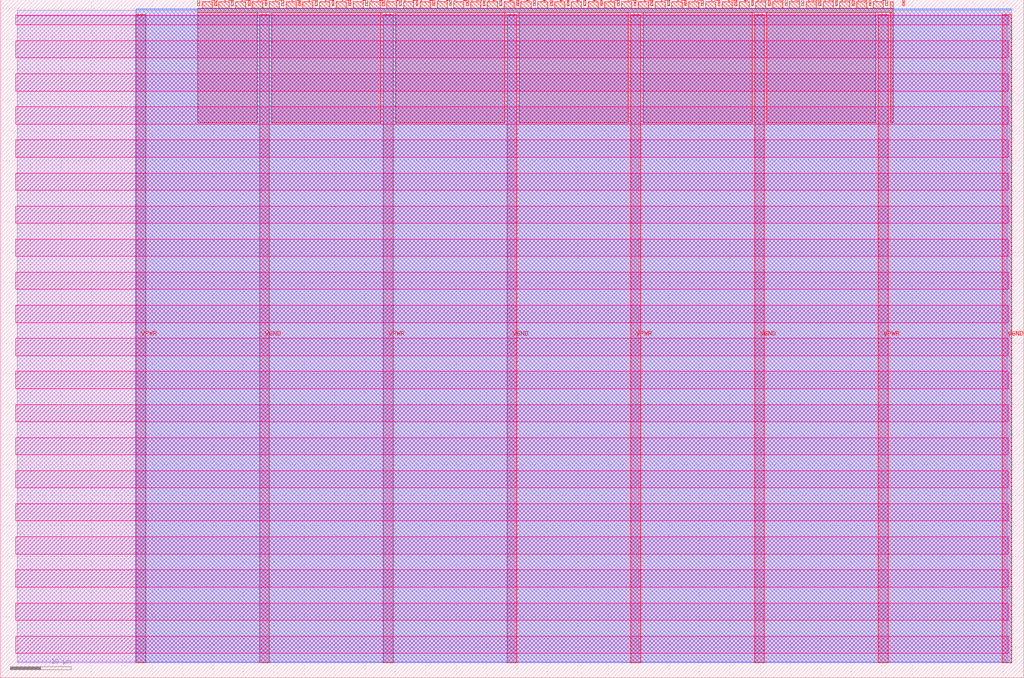
<source format=lef>
VERSION 5.7 ;
  NOWIREEXTENSIONATPIN ON ;
  DIVIDERCHAR "/" ;
  BUSBITCHARS "[]" ;
MACRO tt_um_rnn
  CLASS BLOCK ;
  FOREIGN tt_um_rnn ;
  ORIGIN 0.000 0.000 ;
  SIZE 168.360 BY 111.520 ;
  PIN VGND
    DIRECTION INOUT ;
    USE GROUND ;
    PORT
      LAYER met4 ;
        RECT 42.670 2.480 44.270 109.040 ;
    END
    PORT
      LAYER met4 ;
        RECT 83.380 2.480 84.980 109.040 ;
    END
    PORT
      LAYER met4 ;
        RECT 124.090 2.480 125.690 109.040 ;
    END
    PORT
      LAYER met4 ;
        RECT 164.800 2.480 166.400 109.040 ;
    END
  END VGND
  PIN VPWR
    DIRECTION INOUT ;
    USE POWER ;
    PORT
      LAYER met4 ;
        RECT 22.315 2.480 23.915 109.040 ;
    END
    PORT
      LAYER met4 ;
        RECT 63.025 2.480 64.625 109.040 ;
    END
    PORT
      LAYER met4 ;
        RECT 103.735 2.480 105.335 109.040 ;
    END
    PORT
      LAYER met4 ;
        RECT 144.445 2.480 146.045 109.040 ;
    END
  END VPWR
  PIN clk
    DIRECTION INPUT ;
    USE SIGNAL ;
    ANTENNAGATEAREA 0.852000 ;
    PORT
      LAYER met4 ;
        RECT 145.670 110.520 145.970 111.520 ;
    END
  END clk
  PIN ena
    DIRECTION INPUT ;
    USE SIGNAL ;
    PORT
      LAYER met4 ;
        RECT 148.430 110.520 148.730 111.520 ;
    END
  END ena
  PIN rst_n
    DIRECTION INPUT ;
    USE SIGNAL ;
    ANTENNAGATEAREA 0.213000 ;
    PORT
      LAYER met4 ;
        RECT 142.910 110.520 143.210 111.520 ;
    END
  END rst_n
  PIN ui_in[0]
    DIRECTION INPUT ;
    USE SIGNAL ;
    ANTENNAGATEAREA 0.159000 ;
    PORT
      LAYER met4 ;
        RECT 140.150 110.520 140.450 111.520 ;
    END
  END ui_in[0]
  PIN ui_in[1]
    DIRECTION INPUT ;
    USE SIGNAL ;
    ANTENNAGATEAREA 0.196500 ;
    PORT
      LAYER met4 ;
        RECT 137.390 110.520 137.690 111.520 ;
    END
  END ui_in[1]
  PIN ui_in[2]
    DIRECTION INPUT ;
    USE SIGNAL ;
    ANTENNAGATEAREA 0.196500 ;
    PORT
      LAYER met4 ;
        RECT 134.630 110.520 134.930 111.520 ;
    END
  END ui_in[2]
  PIN ui_in[3]
    DIRECTION INPUT ;
    USE SIGNAL ;
    ANTENNAGATEAREA 0.196500 ;
    PORT
      LAYER met4 ;
        RECT 131.870 110.520 132.170 111.520 ;
    END
  END ui_in[3]
  PIN ui_in[4]
    DIRECTION INPUT ;
    USE SIGNAL ;
    ANTENNAGATEAREA 0.196500 ;
    PORT
      LAYER met4 ;
        RECT 129.110 110.520 129.410 111.520 ;
    END
  END ui_in[4]
  PIN ui_in[5]
    DIRECTION INPUT ;
    USE SIGNAL ;
    ANTENNAGATEAREA 0.196500 ;
    PORT
      LAYER met4 ;
        RECT 126.350 110.520 126.650 111.520 ;
    END
  END ui_in[5]
  PIN ui_in[6]
    DIRECTION INPUT ;
    USE SIGNAL ;
    ANTENNAGATEAREA 0.196500 ;
    PORT
      LAYER met4 ;
        RECT 123.590 110.520 123.890 111.520 ;
    END
  END ui_in[6]
  PIN ui_in[7]
    DIRECTION INPUT ;
    USE SIGNAL ;
    ANTENNAGATEAREA 0.196500 ;
    PORT
      LAYER met4 ;
        RECT 120.830 110.520 121.130 111.520 ;
    END
  END ui_in[7]
  PIN uio_in[0]
    DIRECTION INPUT ;
    USE SIGNAL ;
    PORT
      LAYER met4 ;
        RECT 118.070 110.520 118.370 111.520 ;
    END
  END uio_in[0]
  PIN uio_in[1]
    DIRECTION INPUT ;
    USE SIGNAL ;
    PORT
      LAYER met4 ;
        RECT 115.310 110.520 115.610 111.520 ;
    END
  END uio_in[1]
  PIN uio_in[2]
    DIRECTION INPUT ;
    USE SIGNAL ;
    PORT
      LAYER met4 ;
        RECT 112.550 110.520 112.850 111.520 ;
    END
  END uio_in[2]
  PIN uio_in[3]
    DIRECTION INPUT ;
    USE SIGNAL ;
    PORT
      LAYER met4 ;
        RECT 109.790 110.520 110.090 111.520 ;
    END
  END uio_in[3]
  PIN uio_in[4]
    DIRECTION INPUT ;
    USE SIGNAL ;
    PORT
      LAYER met4 ;
        RECT 107.030 110.520 107.330 111.520 ;
    END
  END uio_in[4]
  PIN uio_in[5]
    DIRECTION INPUT ;
    USE SIGNAL ;
    PORT
      LAYER met4 ;
        RECT 104.270 110.520 104.570 111.520 ;
    END
  END uio_in[5]
  PIN uio_in[6]
    DIRECTION INPUT ;
    USE SIGNAL ;
    PORT
      LAYER met4 ;
        RECT 101.510 110.520 101.810 111.520 ;
    END
  END uio_in[6]
  PIN uio_in[7]
    DIRECTION INPUT ;
    USE SIGNAL ;
    PORT
      LAYER met4 ;
        RECT 98.750 110.520 99.050 111.520 ;
    END
  END uio_in[7]
  PIN uio_oe[0]
    DIRECTION OUTPUT TRISTATE ;
    USE SIGNAL ;
    PORT
      LAYER met4 ;
        RECT 51.830 110.520 52.130 111.520 ;
    END
  END uio_oe[0]
  PIN uio_oe[1]
    DIRECTION OUTPUT TRISTATE ;
    USE SIGNAL ;
    PORT
      LAYER met4 ;
        RECT 49.070 110.520 49.370 111.520 ;
    END
  END uio_oe[1]
  PIN uio_oe[2]
    DIRECTION OUTPUT TRISTATE ;
    USE SIGNAL ;
    PORT
      LAYER met4 ;
        RECT 46.310 110.520 46.610 111.520 ;
    END
  END uio_oe[2]
  PIN uio_oe[3]
    DIRECTION OUTPUT TRISTATE ;
    USE SIGNAL ;
    PORT
      LAYER met4 ;
        RECT 43.550 110.520 43.850 111.520 ;
    END
  END uio_oe[3]
  PIN uio_oe[4]
    DIRECTION OUTPUT TRISTATE ;
    USE SIGNAL ;
    PORT
      LAYER met4 ;
        RECT 40.790 110.520 41.090 111.520 ;
    END
  END uio_oe[4]
  PIN uio_oe[5]
    DIRECTION OUTPUT TRISTATE ;
    USE SIGNAL ;
    PORT
      LAYER met4 ;
        RECT 38.030 110.520 38.330 111.520 ;
    END
  END uio_oe[5]
  PIN uio_oe[6]
    DIRECTION OUTPUT TRISTATE ;
    USE SIGNAL ;
    PORT
      LAYER met4 ;
        RECT 35.270 110.520 35.570 111.520 ;
    END
  END uio_oe[6]
  PIN uio_oe[7]
    DIRECTION OUTPUT TRISTATE ;
    USE SIGNAL ;
    PORT
      LAYER met4 ;
        RECT 32.510 110.520 32.810 111.520 ;
    END
  END uio_oe[7]
  PIN uio_out[0]
    DIRECTION OUTPUT TRISTATE ;
    USE SIGNAL ;
    PORT
      LAYER met4 ;
        RECT 73.910 110.520 74.210 111.520 ;
    END
  END uio_out[0]
  PIN uio_out[1]
    DIRECTION OUTPUT TRISTATE ;
    USE SIGNAL ;
    PORT
      LAYER met4 ;
        RECT 71.150 110.520 71.450 111.520 ;
    END
  END uio_out[1]
  PIN uio_out[2]
    DIRECTION OUTPUT TRISTATE ;
    USE SIGNAL ;
    PORT
      LAYER met4 ;
        RECT 68.390 110.520 68.690 111.520 ;
    END
  END uio_out[2]
  PIN uio_out[3]
    DIRECTION OUTPUT TRISTATE ;
    USE SIGNAL ;
    PORT
      LAYER met4 ;
        RECT 65.630 110.520 65.930 111.520 ;
    END
  END uio_out[3]
  PIN uio_out[4]
    DIRECTION OUTPUT TRISTATE ;
    USE SIGNAL ;
    PORT
      LAYER met4 ;
        RECT 62.870 110.520 63.170 111.520 ;
    END
  END uio_out[4]
  PIN uio_out[5]
    DIRECTION OUTPUT TRISTATE ;
    USE SIGNAL ;
    PORT
      LAYER met4 ;
        RECT 60.110 110.520 60.410 111.520 ;
    END
  END uio_out[5]
  PIN uio_out[6]
    DIRECTION OUTPUT TRISTATE ;
    USE SIGNAL ;
    PORT
      LAYER met4 ;
        RECT 57.350 110.520 57.650 111.520 ;
    END
  END uio_out[6]
  PIN uio_out[7]
    DIRECTION OUTPUT TRISTATE ;
    USE SIGNAL ;
    PORT
      LAYER met4 ;
        RECT 54.590 110.520 54.890 111.520 ;
    END
  END uio_out[7]
  PIN uo_out[0]
    DIRECTION OUTPUT TRISTATE ;
    USE SIGNAL ;
    ANTENNAGATEAREA 0.126000 ;
    ANTENNADIFFAREA 1.524450 ;
    PORT
      LAYER met4 ;
        RECT 95.990 110.520 96.290 111.520 ;
    END
  END uo_out[0]
  PIN uo_out[1]
    DIRECTION OUTPUT TRISTATE ;
    USE SIGNAL ;
    ANTENNAGATEAREA 0.126000 ;
    ANTENNADIFFAREA 1.242000 ;
    PORT
      LAYER met4 ;
        RECT 93.230 110.520 93.530 111.520 ;
    END
  END uo_out[1]
  PIN uo_out[2]
    DIRECTION OUTPUT TRISTATE ;
    USE SIGNAL ;
    ANTENNAGATEAREA 0.126000 ;
    ANTENNADIFFAREA 0.795200 ;
    PORT
      LAYER met4 ;
        RECT 90.470 110.520 90.770 111.520 ;
    END
  END uo_out[2]
  PIN uo_out[3]
    DIRECTION OUTPUT TRISTATE ;
    USE SIGNAL ;
    ANTENNAGATEAREA 0.126000 ;
    ANTENNADIFFAREA 1.524450 ;
    PORT
      LAYER met4 ;
        RECT 87.710 110.520 88.010 111.520 ;
    END
  END uo_out[3]
  PIN uo_out[4]
    DIRECTION OUTPUT TRISTATE ;
    USE SIGNAL ;
    ANTENNAGATEAREA 0.126000 ;
    ANTENNADIFFAREA 1.242000 ;
    PORT
      LAYER met4 ;
        RECT 84.950 110.520 85.250 111.520 ;
    END
  END uo_out[4]
  PIN uo_out[5]
    DIRECTION OUTPUT TRISTATE ;
    USE SIGNAL ;
    ANTENNAGATEAREA 0.126000 ;
    ANTENNADIFFAREA 0.795200 ;
    PORT
      LAYER met4 ;
        RECT 82.190 110.520 82.490 111.520 ;
    END
  END uo_out[5]
  PIN uo_out[6]
    DIRECTION OUTPUT TRISTATE ;
    USE SIGNAL ;
    ANTENNAGATEAREA 0.126000 ;
    ANTENNADIFFAREA 1.242000 ;
    PORT
      LAYER met4 ;
        RECT 79.430 110.520 79.730 111.520 ;
    END
  END uo_out[6]
  PIN uo_out[7]
    DIRECTION OUTPUT TRISTATE ;
    USE SIGNAL ;
    ANTENNAGATEAREA 0.126000 ;
    ANTENNADIFFAREA 1.721000 ;
    PORT
      LAYER met4 ;
        RECT 76.670 110.520 76.970 111.520 ;
    END
  END uo_out[7]
  OBS
      LAYER nwell ;
        RECT 2.570 107.385 165.790 108.990 ;
        RECT 2.570 101.945 165.790 104.775 ;
        RECT 2.570 96.505 165.790 99.335 ;
        RECT 2.570 91.065 165.790 93.895 ;
        RECT 2.570 85.625 165.790 88.455 ;
        RECT 2.570 80.185 165.790 83.015 ;
        RECT 2.570 74.745 165.790 77.575 ;
        RECT 2.570 69.305 165.790 72.135 ;
        RECT 2.570 63.865 165.790 66.695 ;
        RECT 2.570 58.425 165.790 61.255 ;
        RECT 2.570 52.985 165.790 55.815 ;
        RECT 2.570 47.545 165.790 50.375 ;
        RECT 2.570 42.105 165.790 44.935 ;
        RECT 2.570 36.665 165.790 39.495 ;
        RECT 2.570 31.225 165.790 34.055 ;
        RECT 2.570 25.785 165.790 28.615 ;
        RECT 2.570 20.345 165.790 23.175 ;
        RECT 2.570 14.905 165.790 17.735 ;
        RECT 2.570 9.465 165.790 12.295 ;
        RECT 2.570 4.025 165.790 6.855 ;
      LAYER li1 ;
        RECT 2.760 2.635 165.600 108.885 ;
      LAYER met1 ;
        RECT 2.760 2.480 166.400 109.780 ;
      LAYER met2 ;
        RECT 22.345 2.535 166.370 110.005 ;
      LAYER met3 ;
        RECT 22.325 2.555 166.390 109.985 ;
      LAYER met4 ;
        RECT 33.210 110.120 34.870 111.170 ;
        RECT 35.970 110.120 37.630 111.170 ;
        RECT 38.730 110.120 40.390 111.170 ;
        RECT 41.490 110.120 43.150 111.170 ;
        RECT 44.250 110.120 45.910 111.170 ;
        RECT 47.010 110.120 48.670 111.170 ;
        RECT 49.770 110.120 51.430 111.170 ;
        RECT 52.530 110.120 54.190 111.170 ;
        RECT 55.290 110.120 56.950 111.170 ;
        RECT 58.050 110.120 59.710 111.170 ;
        RECT 60.810 110.120 62.470 111.170 ;
        RECT 63.570 110.120 65.230 111.170 ;
        RECT 66.330 110.120 67.990 111.170 ;
        RECT 69.090 110.120 70.750 111.170 ;
        RECT 71.850 110.120 73.510 111.170 ;
        RECT 74.610 110.120 76.270 111.170 ;
        RECT 77.370 110.120 79.030 111.170 ;
        RECT 80.130 110.120 81.790 111.170 ;
        RECT 82.890 110.120 84.550 111.170 ;
        RECT 85.650 110.120 87.310 111.170 ;
        RECT 88.410 110.120 90.070 111.170 ;
        RECT 91.170 110.120 92.830 111.170 ;
        RECT 93.930 110.120 95.590 111.170 ;
        RECT 96.690 110.120 98.350 111.170 ;
        RECT 99.450 110.120 101.110 111.170 ;
        RECT 102.210 110.120 103.870 111.170 ;
        RECT 104.970 110.120 106.630 111.170 ;
        RECT 107.730 110.120 109.390 111.170 ;
        RECT 110.490 110.120 112.150 111.170 ;
        RECT 113.250 110.120 114.910 111.170 ;
        RECT 116.010 110.120 117.670 111.170 ;
        RECT 118.770 110.120 120.430 111.170 ;
        RECT 121.530 110.120 123.190 111.170 ;
        RECT 124.290 110.120 125.950 111.170 ;
        RECT 127.050 110.120 128.710 111.170 ;
        RECT 129.810 110.120 131.470 111.170 ;
        RECT 132.570 110.120 134.230 111.170 ;
        RECT 135.330 110.120 136.990 111.170 ;
        RECT 138.090 110.120 139.750 111.170 ;
        RECT 140.850 110.120 142.510 111.170 ;
        RECT 143.610 110.120 145.270 111.170 ;
        RECT 146.370 110.120 146.905 111.170 ;
        RECT 32.495 109.440 146.905 110.120 ;
        RECT 32.495 91.295 42.270 109.440 ;
        RECT 44.670 91.295 62.625 109.440 ;
        RECT 65.025 91.295 82.980 109.440 ;
        RECT 85.380 91.295 103.335 109.440 ;
        RECT 105.735 91.295 123.690 109.440 ;
        RECT 126.090 91.295 144.045 109.440 ;
        RECT 146.445 91.295 146.905 109.440 ;
  END
END tt_um_rnn
END LIBRARY


</source>
